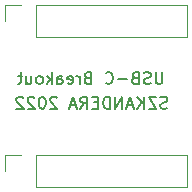
<source format=gbr>
%TF.GenerationSoftware,KiCad,Pcbnew,(6.0.5-0)*%
%TF.CreationDate,2022-07-11T15:28:30+02:00*%
%TF.ProjectId,USB-C-breakout,5553422d-432d-4627-9265-616b6f75742e,rev?*%
%TF.SameCoordinates,Original*%
%TF.FileFunction,Legend,Bot*%
%TF.FilePolarity,Positive*%
%FSLAX46Y46*%
G04 Gerber Fmt 4.6, Leading zero omitted, Abs format (unit mm)*
G04 Created by KiCad (PCBNEW (6.0.5-0)) date 2022-07-11 15:28:30*
%MOMM*%
%LPD*%
G01*
G04 APERTURE LIST*
%ADD10C,0.150000*%
%ADD11C,0.120000*%
G04 APERTURE END LIST*
D10*
X150397619Y-83072380D02*
X150397619Y-83881904D01*
X150350000Y-83977142D01*
X150302380Y-84024761D01*
X150207142Y-84072380D01*
X150016666Y-84072380D01*
X149921428Y-84024761D01*
X149873809Y-83977142D01*
X149826190Y-83881904D01*
X149826190Y-83072380D01*
X149397619Y-84024761D02*
X149254761Y-84072380D01*
X149016666Y-84072380D01*
X148921428Y-84024761D01*
X148873809Y-83977142D01*
X148826190Y-83881904D01*
X148826190Y-83786666D01*
X148873809Y-83691428D01*
X148921428Y-83643809D01*
X149016666Y-83596190D01*
X149207142Y-83548571D01*
X149302380Y-83500952D01*
X149350000Y-83453333D01*
X149397619Y-83358095D01*
X149397619Y-83262857D01*
X149350000Y-83167619D01*
X149302380Y-83120000D01*
X149207142Y-83072380D01*
X148969047Y-83072380D01*
X148826190Y-83120000D01*
X148064285Y-83548571D02*
X147921428Y-83596190D01*
X147873809Y-83643809D01*
X147826190Y-83739047D01*
X147826190Y-83881904D01*
X147873809Y-83977142D01*
X147921428Y-84024761D01*
X148016666Y-84072380D01*
X148397619Y-84072380D01*
X148397619Y-83072380D01*
X148064285Y-83072380D01*
X147969047Y-83120000D01*
X147921428Y-83167619D01*
X147873809Y-83262857D01*
X147873809Y-83358095D01*
X147921428Y-83453333D01*
X147969047Y-83500952D01*
X148064285Y-83548571D01*
X148397619Y-83548571D01*
X147397619Y-83691428D02*
X146635714Y-83691428D01*
X145588095Y-83977142D02*
X145635714Y-84024761D01*
X145778571Y-84072380D01*
X145873809Y-84072380D01*
X146016666Y-84024761D01*
X146111904Y-83929523D01*
X146159523Y-83834285D01*
X146207142Y-83643809D01*
X146207142Y-83500952D01*
X146159523Y-83310476D01*
X146111904Y-83215238D01*
X146016666Y-83120000D01*
X145873809Y-83072380D01*
X145778571Y-83072380D01*
X145635714Y-83120000D01*
X145588095Y-83167619D01*
X144064285Y-83548571D02*
X143921428Y-83596190D01*
X143873809Y-83643809D01*
X143826190Y-83739047D01*
X143826190Y-83881904D01*
X143873809Y-83977142D01*
X143921428Y-84024761D01*
X144016666Y-84072380D01*
X144397619Y-84072380D01*
X144397619Y-83072380D01*
X144064285Y-83072380D01*
X143969047Y-83120000D01*
X143921428Y-83167619D01*
X143873809Y-83262857D01*
X143873809Y-83358095D01*
X143921428Y-83453333D01*
X143969047Y-83500952D01*
X144064285Y-83548571D01*
X144397619Y-83548571D01*
X143397619Y-84072380D02*
X143397619Y-83405714D01*
X143397619Y-83596190D02*
X143350000Y-83500952D01*
X143302380Y-83453333D01*
X143207142Y-83405714D01*
X143111904Y-83405714D01*
X142397619Y-84024761D02*
X142492857Y-84072380D01*
X142683333Y-84072380D01*
X142778571Y-84024761D01*
X142826190Y-83929523D01*
X142826190Y-83548571D01*
X142778571Y-83453333D01*
X142683333Y-83405714D01*
X142492857Y-83405714D01*
X142397619Y-83453333D01*
X142350000Y-83548571D01*
X142350000Y-83643809D01*
X142826190Y-83739047D01*
X141492857Y-84072380D02*
X141492857Y-83548571D01*
X141540476Y-83453333D01*
X141635714Y-83405714D01*
X141826190Y-83405714D01*
X141921428Y-83453333D01*
X141492857Y-84024761D02*
X141588095Y-84072380D01*
X141826190Y-84072380D01*
X141921428Y-84024761D01*
X141969047Y-83929523D01*
X141969047Y-83834285D01*
X141921428Y-83739047D01*
X141826190Y-83691428D01*
X141588095Y-83691428D01*
X141492857Y-83643809D01*
X141016666Y-84072380D02*
X141016666Y-83072380D01*
X140921428Y-83691428D02*
X140635714Y-84072380D01*
X140635714Y-83405714D02*
X141016666Y-83786666D01*
X140064285Y-84072380D02*
X140159523Y-84024761D01*
X140207142Y-83977142D01*
X140254761Y-83881904D01*
X140254761Y-83596190D01*
X140207142Y-83500952D01*
X140159523Y-83453333D01*
X140064285Y-83405714D01*
X139921428Y-83405714D01*
X139826190Y-83453333D01*
X139778571Y-83500952D01*
X139730952Y-83596190D01*
X139730952Y-83881904D01*
X139778571Y-83977142D01*
X139826190Y-84024761D01*
X139921428Y-84072380D01*
X140064285Y-84072380D01*
X138873809Y-83405714D02*
X138873809Y-84072380D01*
X139302380Y-83405714D02*
X139302380Y-83929523D01*
X139254761Y-84024761D01*
X139159523Y-84072380D01*
X139016666Y-84072380D01*
X138921428Y-84024761D01*
X138873809Y-83977142D01*
X138540476Y-83405714D02*
X138159523Y-83405714D01*
X138397619Y-83072380D02*
X138397619Y-83929523D01*
X138350000Y-84024761D01*
X138254761Y-84072380D01*
X138159523Y-84072380D01*
X150800952Y-86114761D02*
X150658095Y-86162380D01*
X150420000Y-86162380D01*
X150324761Y-86114761D01*
X150277142Y-86067142D01*
X150229523Y-85971904D01*
X150229523Y-85876666D01*
X150277142Y-85781428D01*
X150324761Y-85733809D01*
X150420000Y-85686190D01*
X150610476Y-85638571D01*
X150705714Y-85590952D01*
X150753333Y-85543333D01*
X150800952Y-85448095D01*
X150800952Y-85352857D01*
X150753333Y-85257619D01*
X150705714Y-85210000D01*
X150610476Y-85162380D01*
X150372380Y-85162380D01*
X150229523Y-85210000D01*
X149896190Y-85162380D02*
X149229523Y-85162380D01*
X149896190Y-86162380D01*
X149229523Y-86162380D01*
X148848571Y-86162380D02*
X148848571Y-85162380D01*
X148277142Y-86162380D02*
X148705714Y-85590952D01*
X148277142Y-85162380D02*
X148848571Y-85733809D01*
X147896190Y-85876666D02*
X147420000Y-85876666D01*
X147991428Y-86162380D02*
X147658095Y-85162380D01*
X147324761Y-86162380D01*
X146991428Y-86162380D02*
X146991428Y-85162380D01*
X146420000Y-86162380D01*
X146420000Y-85162380D01*
X145943809Y-86162380D02*
X145943809Y-85162380D01*
X145705714Y-85162380D01*
X145562857Y-85210000D01*
X145467619Y-85305238D01*
X145420000Y-85400476D01*
X145372380Y-85590952D01*
X145372380Y-85733809D01*
X145420000Y-85924285D01*
X145467619Y-86019523D01*
X145562857Y-86114761D01*
X145705714Y-86162380D01*
X145943809Y-86162380D01*
X144943809Y-85638571D02*
X144610476Y-85638571D01*
X144467619Y-86162380D02*
X144943809Y-86162380D01*
X144943809Y-85162380D01*
X144467619Y-85162380D01*
X143467619Y-86162380D02*
X143800952Y-85686190D01*
X144039047Y-86162380D02*
X144039047Y-85162380D01*
X143658095Y-85162380D01*
X143562857Y-85210000D01*
X143515238Y-85257619D01*
X143467619Y-85352857D01*
X143467619Y-85495714D01*
X143515238Y-85590952D01*
X143562857Y-85638571D01*
X143658095Y-85686190D01*
X144039047Y-85686190D01*
X143086666Y-85876666D02*
X142610476Y-85876666D01*
X143181904Y-86162380D02*
X142848571Y-85162380D01*
X142515238Y-86162380D01*
X141467619Y-85257619D02*
X141420000Y-85210000D01*
X141324761Y-85162380D01*
X141086666Y-85162380D01*
X140991428Y-85210000D01*
X140943809Y-85257619D01*
X140896190Y-85352857D01*
X140896190Y-85448095D01*
X140943809Y-85590952D01*
X141515238Y-86162380D01*
X140896190Y-86162380D01*
X140277142Y-85162380D02*
X140181904Y-85162380D01*
X140086666Y-85210000D01*
X140039047Y-85257619D01*
X139991428Y-85352857D01*
X139943809Y-85543333D01*
X139943809Y-85781428D01*
X139991428Y-85971904D01*
X140039047Y-86067142D01*
X140086666Y-86114761D01*
X140181904Y-86162380D01*
X140277142Y-86162380D01*
X140372380Y-86114761D01*
X140420000Y-86067142D01*
X140467619Y-85971904D01*
X140515238Y-85781428D01*
X140515238Y-85543333D01*
X140467619Y-85352857D01*
X140420000Y-85257619D01*
X140372380Y-85210000D01*
X140277142Y-85162380D01*
X139562857Y-85257619D02*
X139515238Y-85210000D01*
X139420000Y-85162380D01*
X139181904Y-85162380D01*
X139086666Y-85210000D01*
X139039047Y-85257619D01*
X138991428Y-85352857D01*
X138991428Y-85448095D01*
X139039047Y-85590952D01*
X139610476Y-86162380D01*
X138991428Y-86162380D01*
X138610476Y-85257619D02*
X138562857Y-85210000D01*
X138467619Y-85162380D01*
X138229523Y-85162380D01*
X138134285Y-85210000D01*
X138086666Y-85257619D01*
X138039047Y-85352857D01*
X138039047Y-85448095D01*
X138086666Y-85590952D01*
X138658095Y-86162380D01*
X138039047Y-86162380D01*
D11*
%TO.C,J2*%
X138430000Y-90110000D02*
X137100000Y-90110000D01*
X137100000Y-90110000D02*
X137100000Y-91440000D01*
X139700000Y-90110000D02*
X152460000Y-90110000D01*
X139700000Y-92770000D02*
X152460000Y-92770000D01*
X152460000Y-90110000D02*
X152460000Y-92770000D01*
X139700000Y-90110000D02*
X139700000Y-92770000D01*
%TO.C,J3*%
X138430000Y-77410000D02*
X137100000Y-77410000D01*
X139700000Y-77410000D02*
X152460000Y-77410000D01*
X139700000Y-80070000D02*
X152460000Y-80070000D01*
X152460000Y-77410000D02*
X152460000Y-80070000D01*
X139700000Y-77410000D02*
X139700000Y-80070000D01*
X137100000Y-77410000D02*
X137100000Y-78740000D01*
%TD*%
M02*

</source>
